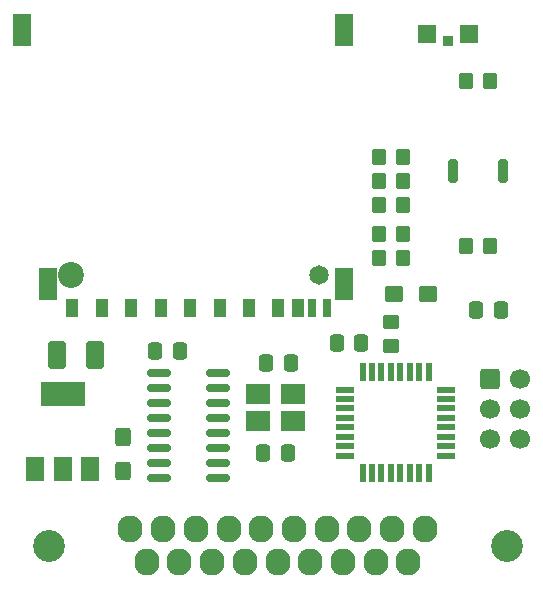
<source format=gbr>
%TF.GenerationSoftware,KiCad,Pcbnew,7.0.9*%
%TF.CreationDate,2023-12-04T13:48:36-06:00*%
%TF.ProjectId,smartportsd-smd,736d6172-7470-46f7-9274-73642d736d64,rev?*%
%TF.SameCoordinates,Original*%
%TF.FileFunction,Soldermask,Top*%
%TF.FilePolarity,Negative*%
%FSLAX46Y46*%
G04 Gerber Fmt 4.6, Leading zero omitted, Abs format (unit mm)*
G04 Created by KiCad (PCBNEW 7.0.9) date 2023-12-04 13:48:36*
%MOMM*%
%LPD*%
G01*
G04 APERTURE LIST*
G04 Aperture macros list*
%AMRoundRect*
0 Rectangle with rounded corners*
0 $1 Rounding radius*
0 $2 $3 $4 $5 $6 $7 $8 $9 X,Y pos of 4 corners*
0 Add a 4 corners polygon primitive as box body*
4,1,4,$2,$3,$4,$5,$6,$7,$8,$9,$2,$3,0*
0 Add four circle primitives for the rounded corners*
1,1,$1+$1,$2,$3*
1,1,$1+$1,$4,$5*
1,1,$1+$1,$6,$7*
1,1,$1+$1,$8,$9*
0 Add four rect primitives between the rounded corners*
20,1,$1+$1,$2,$3,$4,$5,0*
20,1,$1+$1,$4,$5,$6,$7,0*
20,1,$1+$1,$6,$7,$8,$9,0*
20,1,$1+$1,$8,$9,$2,$3,0*%
G04 Aperture macros list end*
%ADD10R,1.600000X0.550000*%
%ADD11R,0.550000X1.600000*%
%ADD12RoundRect,0.250000X0.425000X-0.537500X0.425000X0.537500X-0.425000X0.537500X-0.425000X-0.537500X0*%
%ADD13RoundRect,0.250000X0.350000X0.450000X-0.350000X0.450000X-0.350000X-0.450000X0.350000X-0.450000X0*%
%ADD14RoundRect,0.250000X0.337500X0.475000X-0.337500X0.475000X-0.337500X-0.475000X0.337500X-0.475000X0*%
%ADD15RoundRect,0.250000X-0.350000X-0.450000X0.350000X-0.450000X0.350000X0.450000X-0.350000X0.450000X0*%
%ADD16RoundRect,0.250000X-0.450000X0.350000X-0.450000X-0.350000X0.450000X-0.350000X0.450000X0.350000X0*%
%ADD17RoundRect,0.200000X0.200000X0.800000X-0.200000X0.800000X-0.200000X-0.800000X0.200000X-0.800000X0*%
%ADD18R,2.100000X1.800000*%
%ADD19R,1.000000X1.500000*%
%ADD20R,0.700000X1.500000*%
%ADD21R,1.500000X2.800000*%
%ADD22C,1.650000*%
%ADD23C,2.200000*%
%ADD24RoundRect,0.250000X-0.537500X-0.425000X0.537500X-0.425000X0.537500X0.425000X-0.537500X0.425000X0*%
%ADD25RoundRect,0.250000X-0.600000X-0.600000X0.600000X-0.600000X0.600000X0.600000X-0.600000X0.600000X0*%
%ADD26C,1.700000*%
%ADD27R,1.500000X1.500000*%
%ADD28R,0.900000X0.900000*%
%ADD29RoundRect,0.250001X0.499999X0.924999X-0.499999X0.924999X-0.499999X-0.924999X0.499999X-0.924999X0*%
%ADD30R,1.500000X2.000000*%
%ADD31R,3.800000X2.000000*%
%ADD32RoundRect,0.150000X-0.825000X-0.150000X0.825000X-0.150000X0.825000X0.150000X-0.825000X0.150000X0*%
%ADD33C,2.700000*%
%ADD34O,2.100000X2.300000*%
G04 APERTURE END LIST*
D10*
%TO.C,U1*%
X162755000Y-115056000D03*
X162755000Y-115856000D03*
X162755000Y-116656000D03*
X162755000Y-117456000D03*
X162755000Y-118256000D03*
X162755000Y-119056000D03*
X162755000Y-119856000D03*
X162755000Y-120656000D03*
D11*
X164205000Y-122106000D03*
X165005000Y-122106000D03*
X165805000Y-122106000D03*
X166605000Y-122106000D03*
X167405000Y-122106000D03*
X168205000Y-122106000D03*
X169005000Y-122106000D03*
X169805000Y-122106000D03*
D10*
X171255000Y-120656000D03*
X171255000Y-119856000D03*
X171255000Y-119056000D03*
X171255000Y-118256000D03*
X171255000Y-117456000D03*
X171255000Y-116656000D03*
X171255000Y-115856000D03*
X171255000Y-115056000D03*
D11*
X169805000Y-113606000D03*
X169005000Y-113606000D03*
X168205000Y-113606000D03*
X167405000Y-113606000D03*
X166605000Y-113606000D03*
X165805000Y-113606000D03*
X165005000Y-113606000D03*
X164205000Y-113606000D03*
%TD*%
D12*
%TO.C,C7*%
X143891000Y-121960500D03*
X143891000Y-119085500D03*
%TD*%
D13*
%TO.C,R6*%
X167624000Y-101854000D03*
X165624000Y-101854000D03*
%TD*%
D14*
%TO.C,C6*%
X148738500Y-111760000D03*
X146663500Y-111760000D03*
%TD*%
D13*
%TO.C,R8*%
X167624000Y-95377000D03*
X165624000Y-95377000D03*
%TD*%
D14*
%TO.C,C2*%
X158136500Y-112776000D03*
X156061500Y-112776000D03*
%TD*%
D15*
%TO.C,R3*%
X172990000Y-88900000D03*
X174990000Y-88900000D03*
%TD*%
D16*
%TO.C,R1*%
X166624000Y-109347000D03*
X166624000Y-111347000D03*
%TD*%
D17*
%TO.C,SW1*%
X176090000Y-96520000D03*
X171890000Y-96520000D03*
%TD*%
D18*
%TO.C,Y1*%
X155395000Y-117736000D03*
X158295000Y-117736000D03*
X158295000Y-115436000D03*
X155395000Y-115436000D03*
%TD*%
D13*
%TO.C,R5*%
X167624000Y-99441000D03*
X165624000Y-99441000D03*
%TD*%
D19*
%TO.C,J3*%
X142131000Y-108146000D03*
X144631000Y-108146000D03*
X147131000Y-108146000D03*
X149631000Y-108146000D03*
X152131000Y-108146000D03*
X154631000Y-108146000D03*
X157061000Y-108146000D03*
X158761000Y-108146000D03*
X139631000Y-108146000D03*
D20*
X159961000Y-108146000D03*
X161161000Y-108146000D03*
D21*
X162656000Y-84646000D03*
X135356000Y-84646000D03*
X162656000Y-106146000D03*
X137556000Y-106146000D03*
D22*
X160506000Y-105346000D03*
D23*
X139506000Y-105346000D03*
%TD*%
D24*
%TO.C,C5*%
X166837500Y-106934000D03*
X169712500Y-106934000D03*
%TD*%
D25*
%TO.C,J2*%
X175006000Y-114173000D03*
D26*
X177546000Y-114173000D03*
X175006000Y-116713000D03*
X177546000Y-116713000D03*
X175006000Y-119253000D03*
X177546000Y-119253000D03*
%TD*%
D13*
%TO.C,R4*%
X167624000Y-97409000D03*
X165624000Y-97409000D03*
%TD*%
D27*
%TO.C,D1*%
X169700000Y-84970502D03*
X173200000Y-84970502D03*
D28*
X171450000Y-85520502D03*
%TD*%
D29*
%TO.C,C8*%
X141579000Y-112141000D03*
X138329000Y-112141000D03*
%TD*%
D14*
%TO.C,C1*%
X175916500Y-108331000D03*
X173841500Y-108331000D03*
%TD*%
D13*
%TO.C,R7*%
X167624000Y-103886000D03*
X165624000Y-103886000D03*
%TD*%
D15*
%TO.C,R2*%
X172990000Y-102870000D03*
X174990000Y-102870000D03*
%TD*%
D14*
%TO.C,C3*%
X157882500Y-120396000D03*
X155807500Y-120396000D03*
%TD*%
%TO.C,C4*%
X164105500Y-111125000D03*
X162030500Y-111125000D03*
%TD*%
D30*
%TO.C,U3*%
X136511000Y-121768000D03*
X138811000Y-121768000D03*
D31*
X138811000Y-115468000D03*
D30*
X141111000Y-121768000D03*
%TD*%
D32*
%TO.C,U2*%
X147004000Y-113665000D03*
X147004000Y-114935000D03*
X147004000Y-116205000D03*
X147004000Y-117475000D03*
X147004000Y-118745000D03*
X147004000Y-120015000D03*
X147004000Y-121285000D03*
X147004000Y-122555000D03*
X151954000Y-122555000D03*
X151954000Y-121285000D03*
X151954000Y-120015000D03*
X151954000Y-118745000D03*
X151954000Y-117475000D03*
X151954000Y-116205000D03*
X151954000Y-114935000D03*
X151954000Y-113665000D03*
%TD*%
D33*
%TO.C,J1*%
X176407200Y-128270000D03*
X137617200Y-128270000D03*
D34*
X169477200Y-126850000D03*
X166707200Y-126850000D03*
X163937200Y-126850000D03*
X161167200Y-126850000D03*
X158397200Y-126850000D03*
X155627200Y-126850000D03*
X152857200Y-126850000D03*
X150087200Y-126850000D03*
X147317200Y-126850000D03*
X144547200Y-126850000D03*
X168092200Y-129690000D03*
X165322200Y-129690000D03*
X162552200Y-129690000D03*
X159782200Y-129690000D03*
X157012200Y-129690000D03*
X154242200Y-129690000D03*
X151472200Y-129690000D03*
X148702200Y-129690000D03*
X145932200Y-129690000D03*
%TD*%
M02*

</source>
